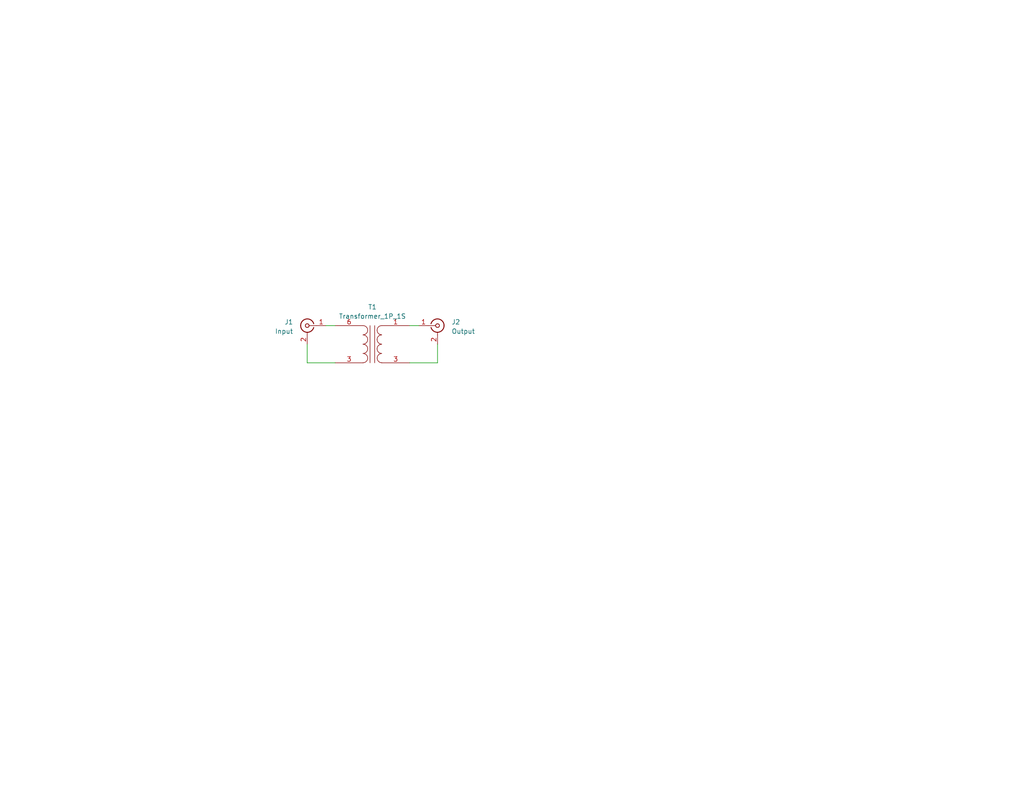
<source format=kicad_sch>
(kicad_sch (version 20250114) (generator "eeschema") (generator_version "9.0")
  (paper "A")
  (lib_symbols
    (symbol "Connector:Conn_Coaxial" (pin_names (offset 1.016) (hide yes))
      (property "Reference" "J" (at 0.254 3.048 0))
      (property "Value" "Conn_Coaxial" (at 2.921 0 90))
      (symbol "Conn_Coaxial_0_1"
        (polyline (pts (xy -2.54 0) (xy -0.508 0)))
        (arc (start 1.778 0) (mid 0.222 -1.8079) (end -1.778 -0.508) (stroke (width 0.254)))
        (arc (start -1.778 0.508) (mid 0.2221 1.8084) (end 1.778 0) (stroke (width 0.254)))
        (circle (center 0 0) (radius 0.508) (stroke (width 0.2032)))
        (polyline (pts (xy 0 -2.54) (xy 0 -1.778)))
      )
      (symbol "Conn_Coaxial_1_1"
        (pin passive line (at -5.08 0 0) (length 2.54) (name "In") (number "1"))
        (pin passive line (at 0 -5.08 90) (length 2.54) (name "Ext") (number "2"))
      )
    )
    (symbol "Device:Transformer_1P_1S" (pin_names (offset 1.016) (hide yes))
      (property "Reference" "T1" (at 0.0127 10.16 0))
      (property "Value" "Transformer_1P_1S" (at 0.0127 7.62 0))
      (symbol "Transformer_1P_1S_0_1"
        (arc (start -1.27 3.81) (mid -1.656 2.9336) (end -2.54 2.5654))
        (arc (start -1.27 1.27) (mid -1.656 0.3936) (end -2.54 0.0254))
        (arc (start -1.27 -1.27) (mid -1.656 -2.1464) (end -2.54 -2.5146))
        (arc (start -1.27 -3.81) (mid -1.656 -4.6864) (end -2.54 -5.0546))
        (arc (start -2.54 5.08) (mid -1.642 4.708) (end -1.27 3.81))
        (arc (start -2.54 2.54) (mid -1.642 2.168) (end -1.27 1.27))
        (arc (start -2.54 0) (mid -1.642 -0.372) (end -1.27 -1.27))
        (arc (start -2.54 -2.54) (mid -1.642 -2.912) (end -1.27 -3.81))
        (polyline (pts (xy -0.635 5.08) (xy -0.635 -5.08)))
        (polyline (pts (xy 0.635 -5.08) (xy 0.635 5.08)))
        (arc (start 1.2954 3.81) (mid 1.6457 4.7117) (end 2.54 5.08))
        (arc (start 1.2954 1.27) (mid 1.6457 2.1717) (end 2.54 2.54))
        (arc (start 1.2954 -1.27) (mid 1.6457 -0.3683) (end 2.54 0))
        (arc (start 2.54 2.5654) (mid 1.6599 2.9299) (end 1.2954 3.81))
        (arc (start 2.54 0.0254) (mid 1.6599 0.3899) (end 1.2954 1.27))
        (arc (start 2.54 -2.5146) (mid 1.6599 -2.1501) (end 1.2954 -1.27))
        (arc (start 1.3208 -3.81) (mid 1.6711 -2.9085) (end 2.5654 -2.54))
        (arc (start 2.5654 -5.0546) (mid 1.6851 -4.6902) (end 1.3208 -3.81))
      )
      (symbol "Transformer_1P_1S_1_1"
        (pin passive line (at -10.16 5.08 0) (length 7.62) (name "PRIMARY_DOT") (number "6"))
        (pin passive line (at -10.16 -5.08 0) (length 7.62) (name "PRIMARY") (number "3"))
        (pin passive line (at 10.16 5.08 180) (length 7.62) (name "SECONDARY_DOT") (number "1"))
        (pin passive line (at 10.16 -5.08 180) (length 7.62) (name "SECONDARY") (number "3"))
      )
    )
  )
  (wire (pts (xy 111.76 88.9) (xy 114.3 88.9)))
  (wire (pts (xy 88.9 88.9) (xy 91.44 88.9)))
  (wire (pts (xy 111.76 99.06) (xy 119.38 99.06)))
  (wire (pts (xy 91.44 99.06) (xy 83.82 99.06)))
  (wire (pts (xy 119.38 99.06) (xy 119.38 93.98)))
  (wire (pts (xy 83.82 99.06) (xy 83.82 93.98)))
  (symbol (lib_id "Connector:Conn_Coaxial") (at 119.38 88.9 0) (unit 1)
    (property "Reference" "J2" (at 123.19 87.9231 0) (effects (justify left)))
    (property "Value" "Output" (at 123.19 90.4631 0) (effects (justify left)))
    (property "Footprint" "Connector_Coaxial:SMA_Amphenol_901-143_Horizontal" (effects (hide yes)))
    (property "Description" "coaxial connector (BNC, SMA, SMB, SMC, Cinch/RCA, LEMO, ...)" (effects (hide yes)))
  )
  (symbol (lib_id "Device:Transformer_1P_1S") (at 101.6 93.98 0) (unit 1)
    (property "Reference" "T1" (at 101.6127 83.82 0))
    (property "Value" "Transformer_1P_1S" (at 101.6127 86.36 0))
    (property "Footprint" "Package_DIP:DIP-6_W7.62mm_LongPads" (effects (hide yes)))
    (property "Description" "Transformer, single primary, single secondary" (effects (hide yes)))
  )
  (symbol (lib_id "Connector:Conn_Coaxial") (at 83.82 88.9 0) (mirror y) (unit 1)
    (property "Reference" "J1" (at 80.01 87.9231 0) (effects (justify left)))
    (property "Value" "Input" (at 80.01 90.4631 0) (effects (justify left)))
    (property "Footprint" "Connector_Coaxial:SMA_Amphenol_901-143_Horizontal" (effects (hide yes)))
    (property "Description" "coaxial connector (BNC, SMA, SMB, SMC, Cinch/RCA, LEMO, ...)" (effects (hide yes)))
  )
)
</source>
